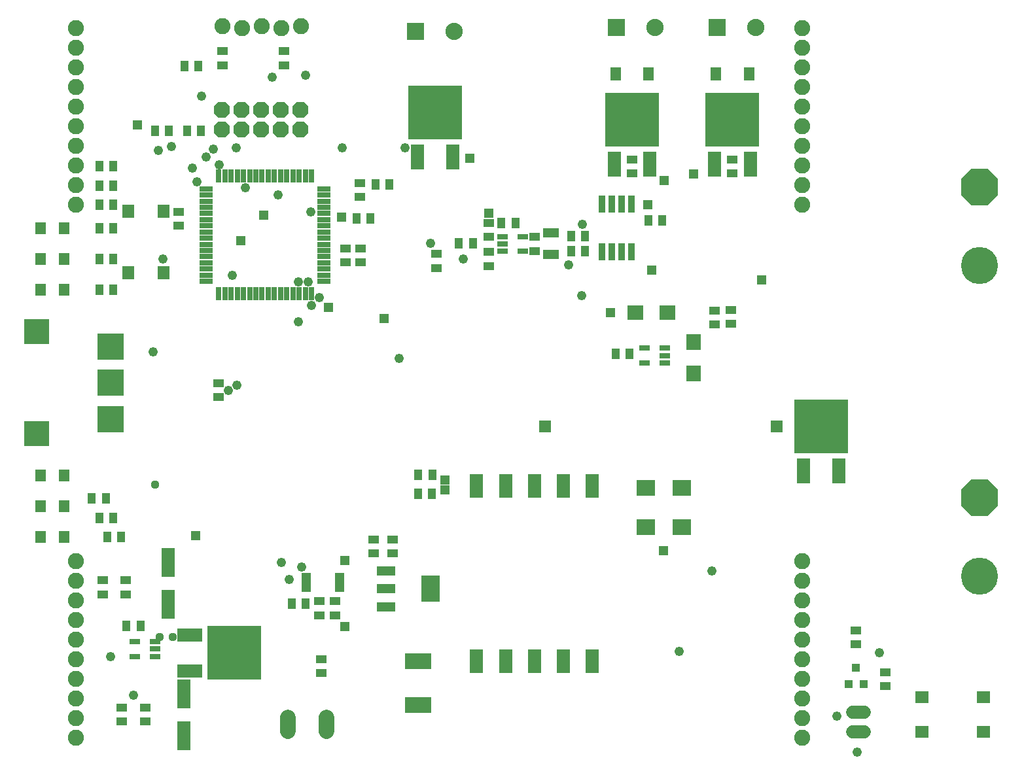
<source format=gts>
G75*
G70*
%OFA0B0*%
%FSLAX24Y24*%
%IPPOS*%
%LPD*%
%AMOC8*
5,1,8,0,0,1.08239X$1,22.5*
%
%ADD10C,0.0820*%
%ADD11R,0.0395X0.0552*%
%ADD12R,0.0678X0.1230*%
%ADD13R,0.0580X0.0659*%
%ADD14R,0.0340X0.0880*%
%ADD15R,0.0552X0.0395*%
%ADD16R,0.0190X0.0500*%
%ADD17R,0.0880X0.0880*%
%ADD18C,0.0880*%
%ADD19R,0.0690X0.0592*%
%ADD20C,0.0785*%
%ADD21C,0.0680*%
%ADD22R,0.0395X0.0434*%
%ADD23R,0.0280X0.0660*%
%ADD24R,0.0660X0.0280*%
%ADD25C,0.1890*%
%ADD26OC8,0.1890*%
%ADD27R,0.0552X0.0631*%
%ADD28OC8,0.0820*%
%ADD29R,0.1380X0.1380*%
%ADD30R,0.1261X0.1261*%
%ADD31R,0.0789X0.0749*%
%ADD32R,0.0749X0.0789*%
%ADD33R,0.0946X0.0789*%
%ADD34R,0.0552X0.0297*%
%ADD35R,0.0595X0.0595*%
%ADD36R,0.2718X0.2718*%
%ADD37R,0.0710X0.1261*%
%ADD38R,0.0926X0.0454*%
%ADD39R,0.0926X0.1360*%
%ADD40C,0.0477*%
%ADD41R,0.0710X0.1458*%
%ADD42R,0.1340X0.0789*%
%ADD43R,0.0462X0.0202*%
%ADD44R,0.0592X0.0690*%
%ADD45R,0.1261X0.0710*%
%ADD46R,0.0476X0.0476*%
%ADD47C,0.0480*%
%ADD48C,0.0440*%
D10*
X041983Y001755D03*
X041983Y002755D03*
X041983Y003755D03*
X041983Y004755D03*
X041983Y005755D03*
X041983Y006755D03*
X041983Y007755D03*
X041983Y008755D03*
X041983Y009755D03*
X041983Y010755D03*
X078991Y010755D03*
X078991Y009755D03*
X078991Y008755D03*
X078991Y007755D03*
X078991Y006755D03*
X078991Y005755D03*
X078991Y004755D03*
X078991Y003755D03*
X078991Y002755D03*
X078991Y001755D03*
X078991Y028920D03*
X078991Y029920D03*
X078991Y030920D03*
X078991Y031920D03*
X078991Y032920D03*
X078991Y033920D03*
X078991Y034920D03*
X078991Y035920D03*
X078991Y036920D03*
X078991Y037920D03*
X053463Y038025D03*
X052463Y037925D03*
X051463Y038025D03*
X050463Y037925D03*
X049463Y038025D03*
X041983Y037920D03*
X041983Y036920D03*
X041983Y035920D03*
X041983Y034920D03*
X041983Y033920D03*
X041983Y032920D03*
X041983Y031920D03*
X041983Y030920D03*
X041983Y029920D03*
X041983Y028920D03*
D11*
X043203Y028920D03*
X043912Y028920D03*
X043912Y029904D03*
X043203Y029904D03*
X043203Y030889D03*
X043912Y030889D03*
X046018Y032700D03*
X046727Y032700D03*
X047652Y032700D03*
X048361Y032700D03*
X048243Y036007D03*
X047534Y036007D03*
X057255Y029979D03*
X057963Y029979D03*
X056999Y028235D03*
X056290Y028235D03*
X061510Y026952D03*
X062219Y026952D03*
X063676Y028015D03*
X064385Y028015D03*
X067219Y027345D03*
X067928Y027345D03*
X067928Y026558D03*
X067219Y026558D03*
X071156Y028133D03*
X071865Y028133D03*
X070211Y021322D03*
X069503Y021322D03*
X060152Y015160D03*
X059444Y015160D03*
X059424Y014215D03*
X060133Y014215D03*
X053696Y008586D03*
X052987Y008586D03*
X045290Y007463D03*
X044581Y007463D03*
X044306Y011991D03*
X043597Y011991D03*
X043912Y012975D03*
X043203Y012975D03*
X043518Y013960D03*
X042810Y013960D03*
X043203Y024589D03*
X043912Y024589D03*
X043912Y026164D03*
X043203Y026164D03*
X043203Y027739D03*
X043912Y027739D03*
D12*
X062408Y014601D03*
X063885Y014601D03*
X065361Y014601D03*
X066837Y014601D03*
X068314Y014601D03*
X068314Y005676D03*
X066837Y005676D03*
X065361Y005676D03*
X063885Y005676D03*
X062408Y005676D03*
D13*
X069483Y035613D03*
X071176Y035613D03*
X074601Y035613D03*
X076294Y035613D03*
D14*
X070292Y028949D03*
X069792Y028949D03*
X069292Y028949D03*
X068792Y028949D03*
X068792Y026529D03*
X069292Y026529D03*
X069792Y026529D03*
X070292Y026529D03*
D15*
X065369Y026578D03*
X065369Y027286D03*
X063026Y027306D03*
X063026Y028015D03*
X063046Y026519D03*
X063046Y025810D03*
X060349Y025711D03*
X060349Y026420D03*
X056510Y026715D03*
X055723Y026715D03*
X055723Y026007D03*
X056510Y026007D03*
X056455Y029334D03*
X056455Y030042D03*
X047219Y028566D03*
X047219Y027857D03*
X049266Y019826D03*
X049266Y019117D03*
X057160Y011873D03*
X058144Y011873D03*
X058144Y011164D03*
X057160Y011164D03*
X055192Y008723D03*
X054404Y008723D03*
X054404Y008015D03*
X055192Y008015D03*
X054487Y005763D03*
X054487Y005054D03*
X045526Y003290D03*
X044345Y003290D03*
X044345Y002582D03*
X045526Y002582D03*
X044542Y009078D03*
X043361Y009078D03*
X043361Y009786D03*
X044542Y009786D03*
X074542Y022837D03*
X075369Y022857D03*
X075369Y023566D03*
X074542Y023546D03*
X075448Y030534D03*
X075448Y031243D03*
X070329Y031243D03*
X070329Y030534D03*
X052613Y036046D03*
X052613Y036755D03*
X049463Y036755D03*
X049463Y036046D03*
X081747Y007227D03*
X081747Y006519D03*
X083243Y005101D03*
X083243Y004393D03*
D16*
X066496Y026392D03*
X066296Y026392D03*
X066096Y026392D03*
X065896Y026392D03*
X065896Y027512D03*
X066096Y027512D03*
X066296Y027512D03*
X066496Y027512D03*
D17*
X059306Y037778D03*
X069542Y037975D03*
X074660Y037975D03*
D18*
X076629Y037975D03*
X071510Y037975D03*
X061274Y037778D03*
D19*
X085103Y003822D03*
X088233Y003822D03*
X088233Y002050D03*
X085103Y002050D03*
D20*
X054778Y002083D02*
X054778Y002788D01*
X052810Y002788D02*
X052810Y002083D01*
D21*
X081569Y002050D02*
X082169Y002050D01*
X082169Y003050D02*
X081569Y003050D01*
D22*
X081373Y004511D03*
X082121Y004511D03*
X081747Y005337D03*
D23*
X054000Y024385D03*
X053690Y024385D03*
X053370Y024385D03*
X053060Y024385D03*
X052740Y024385D03*
X052430Y024385D03*
X052110Y024385D03*
X051800Y024385D03*
X051480Y024385D03*
X051170Y024385D03*
X050850Y024385D03*
X050540Y024385D03*
X050220Y024385D03*
X049910Y024385D03*
X049590Y024385D03*
X049280Y024385D03*
X049280Y030385D03*
X049590Y030385D03*
X049910Y030385D03*
X050220Y030385D03*
X050540Y030385D03*
X050850Y030385D03*
X051170Y030385D03*
X051480Y030385D03*
X051800Y030385D03*
X052110Y030385D03*
X052430Y030385D03*
X052740Y030385D03*
X053060Y030385D03*
X053370Y030385D03*
X053690Y030385D03*
X054000Y030385D03*
D24*
X054640Y029745D03*
X054640Y029435D03*
X054640Y029115D03*
X054640Y028805D03*
X054640Y028485D03*
X054640Y028175D03*
X054640Y027855D03*
X054640Y027545D03*
X054640Y027225D03*
X054640Y026915D03*
X054640Y026595D03*
X054640Y026285D03*
X054640Y025965D03*
X054640Y025655D03*
X054640Y025335D03*
X054640Y025025D03*
X048640Y025025D03*
X048640Y025335D03*
X048640Y025655D03*
X048640Y025965D03*
X048640Y026285D03*
X048640Y026595D03*
X048640Y026915D03*
X048640Y027225D03*
X048640Y027545D03*
X048640Y027855D03*
X048640Y028175D03*
X048640Y028485D03*
X048640Y028805D03*
X048640Y029115D03*
X048640Y029435D03*
X048640Y029745D03*
D25*
X088026Y025837D03*
X088046Y009991D03*
D26*
X088046Y013991D03*
X088026Y029837D03*
D27*
X040211Y011991D03*
X041392Y011991D03*
X041392Y013566D03*
X040211Y013566D03*
X040211Y015141D03*
X041392Y015141D03*
X041392Y024589D03*
X040211Y024589D03*
X040211Y026164D03*
X041392Y026164D03*
X041392Y027739D03*
X040211Y027739D03*
D28*
X049432Y032751D03*
X050432Y032751D03*
X051432Y032751D03*
X052432Y032751D03*
X053432Y032751D03*
X053432Y033751D03*
X052432Y033751D03*
X051432Y033751D03*
X050432Y033751D03*
X049432Y033751D03*
D29*
X043755Y021715D03*
X043755Y019865D03*
X043755Y018015D03*
D30*
X040005Y017265D03*
X040005Y022465D03*
D31*
X070507Y023428D03*
X072121Y023428D03*
D32*
X073479Y021932D03*
X073479Y020318D03*
D33*
X072869Y014511D03*
X071038Y014511D03*
X071038Y012503D03*
X072869Y012503D03*
D34*
X071983Y020869D03*
X071983Y021243D03*
X071983Y021617D03*
X070959Y021617D03*
X070959Y020869D03*
X064759Y026558D03*
X064759Y027306D03*
X063735Y027306D03*
X063735Y026932D03*
X063735Y026558D03*
X046038Y006656D03*
X046038Y006282D03*
X046038Y005908D03*
X045014Y005908D03*
X045014Y006656D03*
D35*
X065900Y017641D03*
X077711Y017641D03*
D36*
X079955Y017641D03*
X050054Y006086D03*
X070329Y033251D03*
X075448Y033251D03*
X060290Y033645D03*
D37*
X059385Y031381D03*
X061196Y031381D03*
X069424Y030987D03*
X071235Y030987D03*
X074542Y030987D03*
X076353Y030987D03*
X079050Y015377D03*
X080861Y015377D03*
D38*
X057790Y010259D03*
X057790Y009353D03*
X057790Y008448D03*
D39*
X060073Y009353D03*
D40*
X044936Y003920D03*
X043755Y005889D03*
X045920Y021440D03*
X061747Y026164D03*
X067751Y024294D03*
X082928Y006086D03*
D41*
X047495Y003999D03*
X047495Y001873D03*
X046707Y008566D03*
X046707Y010692D03*
D42*
X059424Y005652D03*
X059424Y003448D03*
D43*
X055422Y009292D03*
X055422Y009489D03*
X055422Y009686D03*
X055422Y009883D03*
X055422Y010080D03*
X053741Y010080D03*
X053741Y009883D03*
X053741Y009686D03*
X053741Y009489D03*
X053741Y009292D03*
D44*
X046451Y025465D03*
X044680Y025465D03*
X044680Y028595D03*
X046451Y028595D03*
D45*
X047790Y006991D03*
X047790Y005180D03*
D46*
X055703Y007424D03*
X055703Y010810D03*
X048085Y012050D03*
X060802Y014412D03*
X060807Y014915D03*
X071944Y011302D03*
X057711Y023133D03*
X054881Y023698D03*
X050388Y027109D03*
X051570Y028389D03*
X055526Y028310D03*
X062062Y031282D03*
X063026Y028487D03*
X071117Y028920D03*
X071980Y030170D03*
X073479Y030495D03*
X071333Y025613D03*
X069247Y023428D03*
X076924Y025101D03*
X045133Y033015D03*
D47*
X046865Y031912D03*
X046196Y031715D03*
X047928Y030810D03*
X048636Y031361D03*
X048991Y031755D03*
X049306Y030967D03*
X050172Y031834D03*
X050644Y029786D03*
X052298Y029432D03*
X053951Y028566D03*
X048164Y030101D03*
X055566Y031834D03*
X058755Y031834D03*
X053715Y035534D03*
X051983Y035416D03*
X048400Y034471D03*
X060054Y026952D03*
X054385Y024196D03*
X053991Y023802D03*
X053322Y022975D03*
X053322Y024983D03*
X053833Y024983D03*
X049975Y025337D03*
X046432Y026164D03*
X058479Y021086D03*
X050211Y019747D03*
X049778Y019471D03*
X067101Y025849D03*
X067810Y027936D03*
X053499Y010456D03*
X052455Y010692D03*
X052849Y009826D03*
X072731Y006164D03*
X080762Y002857D03*
X081786Y001046D03*
X074385Y010259D03*
D48*
X046944Y006912D03*
X046274Y006912D03*
X046038Y014668D03*
X059503Y032857D03*
X060290Y033645D03*
X059503Y034432D03*
X061077Y034432D03*
X061077Y032857D03*
M02*

</source>
